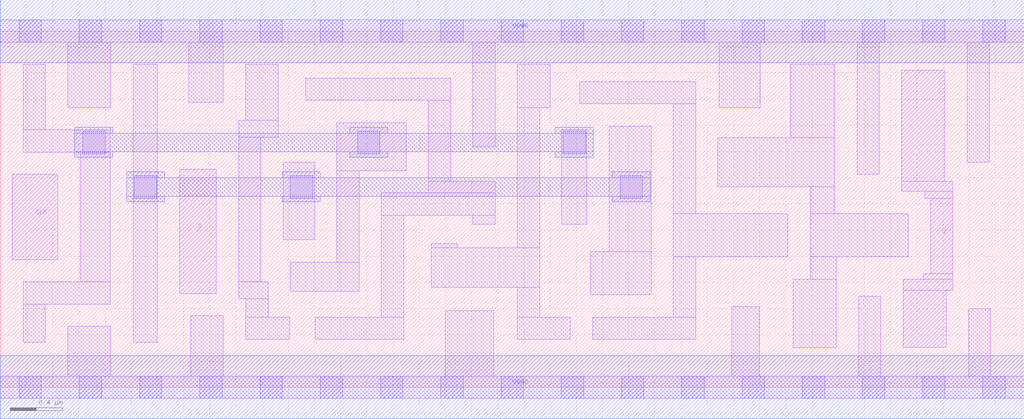
<source format=lef>
# Copyright 2020 The SkyWater PDK Authors
#
# Licensed under the Apache License, Version 2.0 (the "License");
# you may not use this file except in compliance with the License.
# You may obtain a copy of the License at
#
#     https://www.apache.org/licenses/LICENSE-2.0
#
# Unless required by applicable law or agreed to in writing, software
# distributed under the License is distributed on an "AS IS" BASIS,
# WITHOUT WARRANTIES OR CONDITIONS OF ANY KIND, either express or implied.
# See the License for the specific language governing permissions and
# limitations under the License.
#
# SPDX-License-Identifier: Apache-2.0

VERSION 5.7 ;
  NAMESCASESENSITIVE ON ;
  NOWIREEXTENSIONATPIN ON ;
  DIVIDERCHAR "/" ;
  BUSBITCHARS "[]" ;
UNITS
  DATABASE MICRONS 200 ;
END UNITS
MACRO sky130_fd_sc_hd__dfxtp_2
  CLASS CORE ;
  SOURCE USER ;
  FOREIGN sky130_fd_sc_hd__dfxtp_2 ;
  ORIGIN  0.000000  0.000000 ;
  SIZE  7.820000 BY  2.720000 ;
  SYMMETRY X Y R90 ;
  SITE unithd ;
  PIN D
    ANTENNAGATEAREA  0.126000 ;
    DIRECTION INPUT ;
    USE SIGNAL ;
    PORT
      LAYER li1 ;
        RECT 1.370000 0.715000 1.650000 1.665000 ;
    END
  END D
  PIN Q
    ANTENNADIFFAREA  0.445500 ;
    DIRECTION OUTPUT ;
    USE SIGNAL ;
    PORT
      LAYER li1 ;
        RECT 6.885000 1.495000 7.275000 1.575000 ;
        RECT 6.885000 1.575000 7.215000 2.420000 ;
        RECT 6.895000 0.305000 7.225000 0.740000 ;
        RECT 6.895000 0.740000 7.275000 0.825000 ;
        RECT 7.050000 0.825000 7.275000 0.865000 ;
        RECT 7.060000 1.445000 7.275000 1.495000 ;
        RECT 7.105000 0.865000 7.275000 1.445000 ;
    END
  END Q
  PIN CLK
    ANTENNAGATEAREA  0.159000 ;
    DIRECTION INPUT ;
    USE CLOCK ;
    PORT
      LAYER li1 ;
        RECT 0.090000 0.975000 0.440000 1.625000 ;
    END
  END CLK
  PIN VGND
    DIRECTION INOUT ;
    SHAPE ABUTMENT ;
    USE GROUND ;
    PORT
      LAYER met1 ;
        RECT 0.000000 -0.240000 7.820000 0.240000 ;
    END
  END VGND
  PIN VPWR
    DIRECTION INOUT ;
    SHAPE ABUTMENT ;
    USE POWER ;
    PORT
      LAYER met1 ;
        RECT 0.000000 2.480000 7.820000 2.960000 ;
    END
  END VPWR
  OBS
    LAYER li1 ;
      RECT 0.000000 -0.085000 7.820000 0.085000 ;
      RECT 0.000000  2.635000 7.820000 2.805000 ;
      RECT 0.175000  0.345000 0.345000 0.635000 ;
      RECT 0.175000  0.635000 0.840000 0.805000 ;
      RECT 0.175000  1.795000 0.840000 1.965000 ;
      RECT 0.175000  1.965000 0.345000 2.465000 ;
      RECT 0.515000  0.085000 0.845000 0.465000 ;
      RECT 0.515000  2.135000 0.845000 2.635000 ;
      RECT 0.610000  0.805000 0.840000 1.795000 ;
      RECT 1.015000  0.345000 1.200000 2.465000 ;
      RECT 1.440000  2.175000 1.705000 2.635000 ;
      RECT 1.455000  0.085000 1.705000 0.545000 ;
      RECT 1.820000  0.675000 2.045000 0.805000 ;
      RECT 1.820000  0.805000 1.990000 1.910000 ;
      RECT 1.820000  1.910000 2.125000 2.040000 ;
      RECT 1.875000  0.365000 2.210000 0.535000 ;
      RECT 1.875000  0.535000 2.045000 0.675000 ;
      RECT 1.875000  2.040000 2.125000 2.465000 ;
      RECT 2.160000  1.125000 2.400000 1.720000 ;
      RECT 2.215000  0.735000 2.740000 0.955000 ;
      RECT 2.335000  2.190000 3.440000 2.360000 ;
      RECT 2.405000  0.365000 3.080000 0.535000 ;
      RECT 2.570000  0.955000 2.740000 1.655000 ;
      RECT 2.570000  1.655000 3.100000 2.020000 ;
      RECT 2.910000  0.535000 3.080000 1.315000 ;
      RECT 2.910000  1.315000 3.780000 1.485000 ;
      RECT 3.270000  1.485000 3.780000 1.575000 ;
      RECT 3.270000  1.575000 3.440000 2.190000 ;
      RECT 3.290000  0.765000 4.120000 1.065000 ;
      RECT 3.290000  1.065000 3.490000 1.095000 ;
      RECT 3.400000  0.085000 3.770000 0.585000 ;
      RECT 3.610000  1.245000 3.780000 1.315000 ;
      RECT 3.610000  1.835000 3.780000 2.635000 ;
      RECT 3.950000  0.365000 4.355000 0.535000 ;
      RECT 3.950000  0.535000 4.120000 0.765000 ;
      RECT 3.950000  1.065000 4.120000 2.135000 ;
      RECT 3.950000  2.135000 4.200000 2.465000 ;
      RECT 4.290000  1.245000 4.480000 1.965000 ;
      RECT 4.425000  2.165000 5.310000 2.335000 ;
      RECT 4.505000  0.705000 4.970000 1.035000 ;
      RECT 4.525000  0.365000 5.310000 0.535000 ;
      RECT 4.650000  1.035000 4.970000 1.995000 ;
      RECT 5.140000  0.535000 5.310000 0.995000 ;
      RECT 5.140000  0.995000 6.015000 1.325000 ;
      RECT 5.140000  1.325000 5.310000 2.165000 ;
      RECT 5.480000  1.530000 6.375000 1.905000 ;
      RECT 5.490000  2.135000 5.805000 2.635000 ;
      RECT 5.585000  0.085000 5.795000 0.615000 ;
      RECT 6.035000  1.905000 6.375000 2.465000 ;
      RECT 6.055000  0.300000 6.385000 0.825000 ;
      RECT 6.185000  0.825000 6.385000 0.995000 ;
      RECT 6.185000  0.995000 6.935000 1.325000 ;
      RECT 6.185000  1.325000 6.375000 1.530000 ;
      RECT 6.545000  1.625000 6.715000 2.635000 ;
      RECT 6.555000  0.085000 6.725000 0.695000 ;
      RECT 7.385000  1.720000 7.555000 2.635000 ;
      RECT 7.395000  0.085000 7.565000 0.600000 ;
    LAYER mcon ;
      RECT 0.145000 -0.085000 0.315000 0.085000 ;
      RECT 0.145000  2.635000 0.315000 2.805000 ;
      RECT 0.605000 -0.085000 0.775000 0.085000 ;
      RECT 0.605000  2.635000 0.775000 2.805000 ;
      RECT 0.630000  1.785000 0.800000 1.955000 ;
      RECT 1.025000  1.445000 1.195000 1.615000 ;
      RECT 1.065000 -0.085000 1.235000 0.085000 ;
      RECT 1.065000  2.635000 1.235000 2.805000 ;
      RECT 1.525000 -0.085000 1.695000 0.085000 ;
      RECT 1.525000  2.635000 1.695000 2.805000 ;
      RECT 1.985000 -0.085000 2.155000 0.085000 ;
      RECT 1.985000  2.635000 2.155000 2.805000 ;
      RECT 2.215000  1.445000 2.385000 1.615000 ;
      RECT 2.445000 -0.085000 2.615000 0.085000 ;
      RECT 2.445000  2.635000 2.615000 2.805000 ;
      RECT 2.730000  1.785000 2.900000 1.955000 ;
      RECT 2.905000 -0.085000 3.075000 0.085000 ;
      RECT 2.905000  2.635000 3.075000 2.805000 ;
      RECT 3.365000 -0.085000 3.535000 0.085000 ;
      RECT 3.365000  2.635000 3.535000 2.805000 ;
      RECT 3.825000 -0.085000 3.995000 0.085000 ;
      RECT 3.825000  2.635000 3.995000 2.805000 ;
      RECT 4.285000 -0.085000 4.455000 0.085000 ;
      RECT 4.285000  2.635000 4.455000 2.805000 ;
      RECT 4.300000  1.785000 4.470000 1.955000 ;
      RECT 4.735000  1.445000 4.905000 1.615000 ;
      RECT 4.745000 -0.085000 4.915000 0.085000 ;
      RECT 4.745000  2.635000 4.915000 2.805000 ;
      RECT 5.205000 -0.085000 5.375000 0.085000 ;
      RECT 5.205000  2.635000 5.375000 2.805000 ;
      RECT 5.665000 -0.085000 5.835000 0.085000 ;
      RECT 5.665000  2.635000 5.835000 2.805000 ;
      RECT 6.125000 -0.085000 6.295000 0.085000 ;
      RECT 6.125000  2.635000 6.295000 2.805000 ;
      RECT 6.585000 -0.085000 6.755000 0.085000 ;
      RECT 6.585000  2.635000 6.755000 2.805000 ;
      RECT 7.045000 -0.085000 7.215000 0.085000 ;
      RECT 7.045000  2.635000 7.215000 2.805000 ;
      RECT 7.505000 -0.085000 7.675000 0.085000 ;
      RECT 7.505000  2.635000 7.675000 2.805000 ;
    LAYER met1 ;
      RECT 0.570000 1.755000 0.860000 1.800000 ;
      RECT 0.570000 1.800000 4.530000 1.940000 ;
      RECT 0.570000 1.940000 0.860000 1.985000 ;
      RECT 0.965000 1.415000 1.255000 1.460000 ;
      RECT 0.965000 1.460000 4.965000 1.600000 ;
      RECT 0.965000 1.600000 1.255000 1.645000 ;
      RECT 2.155000 1.415000 2.445000 1.460000 ;
      RECT 2.155000 1.600000 2.445000 1.645000 ;
      RECT 2.670000 1.755000 2.960000 1.800000 ;
      RECT 2.670000 1.940000 2.960000 1.985000 ;
      RECT 4.240000 1.755000 4.530000 1.800000 ;
      RECT 4.240000 1.940000 4.530000 1.985000 ;
      RECT 4.675000 1.415000 4.965000 1.460000 ;
      RECT 4.675000 1.600000 4.965000 1.645000 ;
  END
END sky130_fd_sc_hd__dfxtp_2
END LIBRARY

</source>
